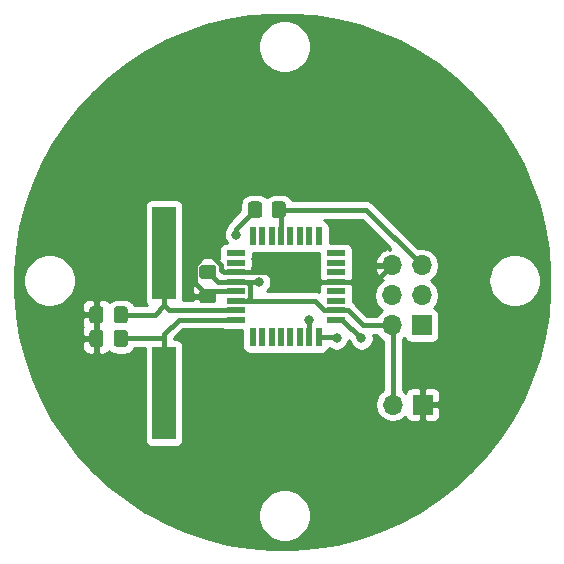
<source format=gbr>
G04 #@! TF.GenerationSoftware,KiCad,Pcbnew,(5.1.8-0-10_14)*
G04 #@! TF.CreationDate,2021-10-06T14:58:47+02:00*
G04 #@! TF.ProjectId,ATmega328P-Barebone,41546d65-6761-4333-9238-502d42617265,rev?*
G04 #@! TF.SameCoordinates,Original*
G04 #@! TF.FileFunction,Copper,L1,Top*
G04 #@! TF.FilePolarity,Positive*
%FSLAX46Y46*%
G04 Gerber Fmt 4.6, Leading zero omitted, Abs format (unit mm)*
G04 Created by KiCad (PCBNEW (5.1.8-0-10_14)) date 2021-10-06 14:58:47*
%MOMM*%
%LPD*%
G01*
G04 APERTURE LIST*
G04 #@! TA.AperFunction,SMDPad,CuDef*
%ADD10R,2.000000X7.875000*%
G04 #@! TD*
G04 #@! TA.AperFunction,SMDPad,CuDef*
%ADD11R,0.550000X1.600000*%
G04 #@! TD*
G04 #@! TA.AperFunction,SMDPad,CuDef*
%ADD12R,1.600000X0.550000*%
G04 #@! TD*
G04 #@! TA.AperFunction,ComponentPad*
%ADD13O,1.700000X1.700000*%
G04 #@! TD*
G04 #@! TA.AperFunction,ComponentPad*
%ADD14R,1.700000X1.700000*%
G04 #@! TD*
G04 #@! TA.AperFunction,ViaPad*
%ADD15C,0.800000*%
G04 #@! TD*
G04 #@! TA.AperFunction,Conductor*
%ADD16C,0.400000*%
G04 #@! TD*
G04 #@! TA.AperFunction,Conductor*
%ADD17C,0.254000*%
G04 #@! TD*
G04 #@! TA.AperFunction,Conductor*
%ADD18C,0.100000*%
G04 #@! TD*
G04 APERTURE END LIST*
D10*
X146600000Y-81537500D03*
X146600000Y-69662500D03*
D11*
X154100000Y-68250000D03*
X154900000Y-68250000D03*
X155700000Y-68250000D03*
X156500000Y-68250000D03*
X157300000Y-68250000D03*
X158100000Y-68250000D03*
X158900000Y-68250000D03*
X159700000Y-68250000D03*
D12*
X161150000Y-69700000D03*
X161150000Y-70500000D03*
X161150000Y-71300000D03*
X161150000Y-72100000D03*
X161150000Y-72900000D03*
X161150000Y-73700000D03*
X161150000Y-74500000D03*
X161150000Y-75300000D03*
D11*
X159700000Y-76750000D03*
X158900000Y-76750000D03*
X158100000Y-76750000D03*
X157300000Y-76750000D03*
X156500000Y-76750000D03*
X155700000Y-76750000D03*
X154900000Y-76750000D03*
X154100000Y-76750000D03*
D12*
X152650000Y-75300000D03*
X152650000Y-74500000D03*
X152650000Y-73700000D03*
X152650000Y-72900000D03*
X152650000Y-72100000D03*
X152650000Y-71300000D03*
X152650000Y-70500000D03*
X152650000Y-69700000D03*
G04 #@! TA.AperFunction,SMDPad,CuDef*
G36*
G01*
X155700000Y-66450001D02*
X155700000Y-65549999D01*
G75*
G02*
X155949999Y-65300000I249999J0D01*
G01*
X156650001Y-65300000D01*
G75*
G02*
X156900000Y-65549999I0J-249999D01*
G01*
X156900000Y-66450001D01*
G75*
G02*
X156650001Y-66700000I-249999J0D01*
G01*
X155949999Y-66700000D01*
G75*
G02*
X155700000Y-66450001I0J249999D01*
G01*
G37*
G04 #@! TD.AperFunction*
G04 #@! TA.AperFunction,SMDPad,CuDef*
G36*
G01*
X153700000Y-66450001D02*
X153700000Y-65549999D01*
G75*
G02*
X153949999Y-65300000I249999J0D01*
G01*
X154650001Y-65300000D01*
G75*
G02*
X154900000Y-65549999I0J-249999D01*
G01*
X154900000Y-66450001D01*
G75*
G02*
X154650001Y-66700000I-249999J0D01*
G01*
X153949999Y-66700000D01*
G75*
G02*
X153700000Y-66450001I0J249999D01*
G01*
G37*
G04 #@! TD.AperFunction*
D13*
X165860000Y-70720000D03*
X168400000Y-70720000D03*
X165860000Y-73260000D03*
X168400000Y-73260000D03*
X165860000Y-75800000D03*
D14*
X168400000Y-75800000D03*
G04 #@! TA.AperFunction,SMDPad,CuDef*
G36*
G01*
X142350000Y-77375000D02*
X142350000Y-76425000D01*
G75*
G02*
X142600000Y-76175000I250000J0D01*
G01*
X143275000Y-76175000D01*
G75*
G02*
X143525000Y-76425000I0J-250000D01*
G01*
X143525000Y-77375000D01*
G75*
G02*
X143275000Y-77625000I-250000J0D01*
G01*
X142600000Y-77625000D01*
G75*
G02*
X142350000Y-77375000I0J250000D01*
G01*
G37*
G04 #@! TD.AperFunction*
G04 #@! TA.AperFunction,SMDPad,CuDef*
G36*
G01*
X140275000Y-77375000D02*
X140275000Y-76425000D01*
G75*
G02*
X140525000Y-76175000I250000J0D01*
G01*
X141200000Y-76175000D01*
G75*
G02*
X141450000Y-76425000I0J-250000D01*
G01*
X141450000Y-77375000D01*
G75*
G02*
X141200000Y-77625000I-250000J0D01*
G01*
X140525000Y-77625000D01*
G75*
G02*
X140275000Y-77375000I0J250000D01*
G01*
G37*
G04 #@! TD.AperFunction*
G04 #@! TA.AperFunction,SMDPad,CuDef*
G36*
G01*
X142350000Y-75375000D02*
X142350000Y-74425000D01*
G75*
G02*
X142600000Y-74175000I250000J0D01*
G01*
X143275000Y-74175000D01*
G75*
G02*
X143525000Y-74425000I0J-250000D01*
G01*
X143525000Y-75375000D01*
G75*
G02*
X143275000Y-75625000I-250000J0D01*
G01*
X142600000Y-75625000D01*
G75*
G02*
X142350000Y-75375000I0J250000D01*
G01*
G37*
G04 #@! TD.AperFunction*
G04 #@! TA.AperFunction,SMDPad,CuDef*
G36*
G01*
X140275000Y-75375000D02*
X140275000Y-74425000D01*
G75*
G02*
X140525000Y-74175000I250000J0D01*
G01*
X141200000Y-74175000D01*
G75*
G02*
X141450000Y-74425000I0J-250000D01*
G01*
X141450000Y-75375000D01*
G75*
G02*
X141200000Y-75625000I-250000J0D01*
G01*
X140525000Y-75625000D01*
G75*
G02*
X140275000Y-75375000I0J250000D01*
G01*
G37*
G04 #@! TD.AperFunction*
G04 #@! TA.AperFunction,SMDPad,CuDef*
G36*
G01*
X149825000Y-72750000D02*
X150775000Y-72750000D01*
G75*
G02*
X151025000Y-73000000I0J-250000D01*
G01*
X151025000Y-73675000D01*
G75*
G02*
X150775000Y-73925000I-250000J0D01*
G01*
X149825000Y-73925000D01*
G75*
G02*
X149575000Y-73675000I0J250000D01*
G01*
X149575000Y-73000000D01*
G75*
G02*
X149825000Y-72750000I250000J0D01*
G01*
G37*
G04 #@! TD.AperFunction*
G04 #@! TA.AperFunction,SMDPad,CuDef*
G36*
G01*
X149825000Y-70675000D02*
X150775000Y-70675000D01*
G75*
G02*
X151025000Y-70925000I0J-250000D01*
G01*
X151025000Y-71600000D01*
G75*
G02*
X150775000Y-71850000I-250000J0D01*
G01*
X149825000Y-71850000D01*
G75*
G02*
X149575000Y-71600000I0J250000D01*
G01*
X149575000Y-70925000D01*
G75*
G02*
X149825000Y-70675000I250000J0D01*
G01*
G37*
G04 #@! TD.AperFunction*
D13*
X165960000Y-82500000D03*
D14*
X168500000Y-82500000D03*
D15*
X152700000Y-68100000D03*
X154628910Y-72100010D03*
X158900000Y-75300000D03*
X163300000Y-76900000D03*
X161200000Y-76900000D03*
D16*
X164480000Y-72100000D02*
X165860000Y-70720000D01*
X161150000Y-72100000D02*
X164480000Y-72100000D01*
X156100000Y-72100000D02*
X161150000Y-72100000D01*
X152650000Y-71300000D02*
X155300000Y-71300000D01*
X155300000Y-71300000D02*
X156100000Y-72100000D01*
X150737500Y-72900000D02*
X152650000Y-72900000D01*
X150300000Y-73337500D02*
X150737500Y-72900000D01*
X151449999Y-71095001D02*
X151449999Y-70680743D01*
X151654998Y-71300000D02*
X151449999Y-71095001D01*
X151449999Y-70680743D02*
X150669256Y-69900000D01*
X152650000Y-71300000D02*
X151654998Y-71300000D01*
X149174990Y-72212490D02*
X150300000Y-73337500D01*
X149174990Y-70655754D02*
X149174990Y-72212490D01*
X149930744Y-69900000D02*
X149174990Y-70655754D01*
X150669256Y-69900000D02*
X149930744Y-69900000D01*
X151137500Y-72100000D02*
X152650000Y-72100000D01*
X150300000Y-71262500D02*
X151137500Y-72100000D01*
X153850001Y-72304999D02*
X153645002Y-72100000D01*
X153645002Y-73700000D02*
X153850001Y-73495001D01*
X153645002Y-72100000D02*
X152650000Y-72100000D01*
X153850001Y-73495001D02*
X153850001Y-72304999D01*
X152650000Y-73700000D02*
X153645002Y-73700000D01*
X160154998Y-74500000D02*
X161150000Y-74500000D01*
X159354998Y-73700000D02*
X160154998Y-74500000D01*
X152650000Y-73700000D02*
X159354998Y-73700000D01*
X163445002Y-75800000D02*
X165860000Y-75800000D01*
X162145002Y-74500000D02*
X163445002Y-75800000D01*
X161150000Y-74500000D02*
X162145002Y-74500000D01*
X165960000Y-75900000D02*
X165860000Y-75800000D01*
X165960000Y-82500000D02*
X165960000Y-75900000D01*
X152700000Y-67600000D02*
X152700000Y-68100000D01*
X154300000Y-66000000D02*
X152700000Y-67600000D01*
X152650000Y-72100000D02*
X154628900Y-72100000D01*
X154628900Y-72100000D02*
X154628910Y-72100010D01*
X146600000Y-73900000D02*
X146600000Y-69662500D01*
X146600000Y-74100000D02*
X146600000Y-73900000D01*
X145800000Y-74900000D02*
X146600000Y-74100000D01*
X142937500Y-74900000D02*
X145800000Y-74900000D01*
X147000000Y-74500000D02*
X152650000Y-74500000D01*
X146600000Y-74100000D02*
X147000000Y-74500000D01*
X147825000Y-75300000D02*
X152650000Y-75300000D01*
X146600000Y-76525000D02*
X147825000Y-75300000D01*
X146600000Y-81537500D02*
X146600000Y-76525000D01*
X146600000Y-77000000D02*
X146600000Y-81537500D01*
X146500000Y-76900000D02*
X146600000Y-77000000D01*
X142937500Y-76900000D02*
X146500000Y-76900000D01*
X156500000Y-66200000D02*
X156500000Y-68250000D01*
X156300000Y-66000000D02*
X156500000Y-66200000D01*
X163680000Y-66000000D02*
X168400000Y-70720000D01*
X156300000Y-66000000D02*
X163680000Y-66000000D01*
X158900000Y-76750000D02*
X158900000Y-75300000D01*
X161700000Y-75300000D02*
X163300000Y-76900000D01*
X161150000Y-75300000D02*
X161700000Y-75300000D01*
X161050000Y-76750000D02*
X161200000Y-76900000D01*
X159700000Y-76750000D02*
X161050000Y-76750000D01*
D17*
X159401357Y-49626197D02*
X161247660Y-49934291D01*
X163062216Y-50393799D01*
X164832628Y-51001582D01*
X166546803Y-51753489D01*
X168193031Y-52644383D01*
X169760067Y-53668179D01*
X171237207Y-54817883D01*
X172614359Y-56085641D01*
X173882117Y-57462793D01*
X175031821Y-58939933D01*
X176055617Y-60506969D01*
X176946511Y-62153197D01*
X177698418Y-63867372D01*
X178306201Y-65637784D01*
X178765709Y-67452340D01*
X179073803Y-69298643D01*
X179228377Y-71164083D01*
X179228377Y-73035917D01*
X179073803Y-74901357D01*
X178765709Y-76747660D01*
X178306201Y-78562216D01*
X177698418Y-80332628D01*
X176946511Y-82046803D01*
X176055617Y-83693031D01*
X175031821Y-85260067D01*
X173882117Y-86737207D01*
X172614359Y-88114359D01*
X171237207Y-89382117D01*
X169760067Y-90531821D01*
X168193031Y-91555617D01*
X166546803Y-92446511D01*
X164832628Y-93198418D01*
X163062216Y-93806201D01*
X161247660Y-94265709D01*
X159401357Y-94573803D01*
X157535917Y-94728377D01*
X155664083Y-94728377D01*
X153798643Y-94573803D01*
X151952340Y-94265709D01*
X150137784Y-93806201D01*
X148367372Y-93198418D01*
X146653197Y-92446511D01*
X145236573Y-91679872D01*
X154565000Y-91679872D01*
X154565000Y-92120128D01*
X154650890Y-92551925D01*
X154819369Y-92958669D01*
X155063962Y-93324729D01*
X155375271Y-93636038D01*
X155741331Y-93880631D01*
X156148075Y-94049110D01*
X156579872Y-94135000D01*
X157020128Y-94135000D01*
X157451925Y-94049110D01*
X157858669Y-93880631D01*
X158224729Y-93636038D01*
X158536038Y-93324729D01*
X158780631Y-92958669D01*
X158949110Y-92551925D01*
X159035000Y-92120128D01*
X159035000Y-91679872D01*
X158949110Y-91248075D01*
X158780631Y-90841331D01*
X158536038Y-90475271D01*
X158224729Y-90163962D01*
X157858669Y-89919369D01*
X157451925Y-89750890D01*
X157020128Y-89665000D01*
X156579872Y-89665000D01*
X156148075Y-89750890D01*
X155741331Y-89919369D01*
X155375271Y-90163962D01*
X155063962Y-90475271D01*
X154819369Y-90841331D01*
X154650890Y-91248075D01*
X154565000Y-91679872D01*
X145236573Y-91679872D01*
X145006969Y-91555617D01*
X143439933Y-90531821D01*
X141962793Y-89382117D01*
X140585641Y-88114359D01*
X139317883Y-86737207D01*
X138168179Y-85260067D01*
X137144383Y-83693031D01*
X136253489Y-82046803D01*
X135501582Y-80332628D01*
X134893799Y-78562216D01*
X134656464Y-77625000D01*
X139636928Y-77625000D01*
X139649188Y-77749482D01*
X139685498Y-77869180D01*
X139744463Y-77979494D01*
X139823815Y-78076185D01*
X139920506Y-78155537D01*
X140030820Y-78214502D01*
X140150518Y-78250812D01*
X140275000Y-78263072D01*
X140576750Y-78260000D01*
X140735500Y-78101250D01*
X140735500Y-77027000D01*
X139798750Y-77027000D01*
X139640000Y-77185750D01*
X139636928Y-77625000D01*
X134656464Y-77625000D01*
X134434291Y-76747660D01*
X134246952Y-75625000D01*
X139636928Y-75625000D01*
X139649188Y-75749482D01*
X139685498Y-75869180D01*
X139701972Y-75900000D01*
X139685498Y-75930820D01*
X139649188Y-76050518D01*
X139636928Y-76175000D01*
X139640000Y-76614250D01*
X139798750Y-76773000D01*
X140735500Y-76773000D01*
X140735500Y-75027000D01*
X139798750Y-75027000D01*
X139640000Y-75185750D01*
X139636928Y-75625000D01*
X134246952Y-75625000D01*
X134126197Y-74901357D01*
X133971623Y-73035917D01*
X133971623Y-71779872D01*
X134665000Y-71779872D01*
X134665000Y-72220128D01*
X134750890Y-72651925D01*
X134919369Y-73058669D01*
X135163962Y-73424729D01*
X135475271Y-73736038D01*
X135841331Y-73980631D01*
X136248075Y-74149110D01*
X136679872Y-74235000D01*
X137120128Y-74235000D01*
X137421767Y-74175000D01*
X139636928Y-74175000D01*
X139640000Y-74614250D01*
X139798750Y-74773000D01*
X140735500Y-74773000D01*
X140735500Y-73698750D01*
X140989500Y-73698750D01*
X140989500Y-74773000D01*
X141009500Y-74773000D01*
X141009500Y-75027000D01*
X140989500Y-75027000D01*
X140989500Y-76773000D01*
X141009500Y-76773000D01*
X141009500Y-77027000D01*
X140989500Y-77027000D01*
X140989500Y-78101250D01*
X141148250Y-78260000D01*
X141450000Y-78263072D01*
X141574482Y-78250812D01*
X141694180Y-78214502D01*
X141804494Y-78155537D01*
X141901185Y-78076185D01*
X141966658Y-77996406D01*
X141972038Y-78002962D01*
X142106614Y-78113405D01*
X142260150Y-78195472D01*
X142426746Y-78246008D01*
X142600000Y-78263072D01*
X143275000Y-78263072D01*
X143448254Y-78246008D01*
X143614850Y-78195472D01*
X143768386Y-78113405D01*
X143902962Y-78002962D01*
X144013405Y-77868386D01*
X144084702Y-77735000D01*
X144961928Y-77735000D01*
X144961928Y-85475000D01*
X144974188Y-85599482D01*
X145010498Y-85719180D01*
X145069463Y-85829494D01*
X145148815Y-85926185D01*
X145245506Y-86005537D01*
X145355820Y-86064502D01*
X145475518Y-86100812D01*
X145600000Y-86113072D01*
X147600000Y-86113072D01*
X147724482Y-86100812D01*
X147844180Y-86064502D01*
X147954494Y-86005537D01*
X148051185Y-85926185D01*
X148130537Y-85829494D01*
X148189502Y-85719180D01*
X148225812Y-85599482D01*
X148238072Y-85475000D01*
X148238072Y-77600000D01*
X148225812Y-77475518D01*
X148189502Y-77355820D01*
X148130537Y-77245506D01*
X148051185Y-77148815D01*
X147954494Y-77069463D01*
X147844180Y-77010498D01*
X147724482Y-76974188D01*
X147600000Y-76961928D01*
X147435289Y-76961928D01*
X147435000Y-76958991D01*
X147435000Y-76870867D01*
X148170869Y-76135000D01*
X151550627Y-76135000D01*
X151605820Y-76164502D01*
X151725518Y-76200812D01*
X151850000Y-76213072D01*
X153186928Y-76213072D01*
X153186928Y-77550000D01*
X153199188Y-77674482D01*
X153235498Y-77794180D01*
X153294463Y-77904494D01*
X153373815Y-78001185D01*
X153470506Y-78080537D01*
X153580820Y-78139502D01*
X153700518Y-78175812D01*
X153825000Y-78188072D01*
X154375000Y-78188072D01*
X154499482Y-78175812D01*
X154500000Y-78175655D01*
X154500518Y-78175812D01*
X154625000Y-78188072D01*
X155175000Y-78188072D01*
X155299482Y-78175812D01*
X155300000Y-78175655D01*
X155300518Y-78175812D01*
X155425000Y-78188072D01*
X155975000Y-78188072D01*
X156099482Y-78175812D01*
X156100000Y-78175655D01*
X156100518Y-78175812D01*
X156225000Y-78188072D01*
X156775000Y-78188072D01*
X156899482Y-78175812D01*
X156900000Y-78175655D01*
X156900518Y-78175812D01*
X157025000Y-78188072D01*
X157575000Y-78188072D01*
X157699482Y-78175812D01*
X157700000Y-78175655D01*
X157700518Y-78175812D01*
X157825000Y-78188072D01*
X158375000Y-78188072D01*
X158499482Y-78175812D01*
X158500000Y-78175655D01*
X158500518Y-78175812D01*
X158625000Y-78188072D01*
X159175000Y-78188072D01*
X159299482Y-78175812D01*
X159300000Y-78175655D01*
X159300518Y-78175812D01*
X159425000Y-78188072D01*
X159975000Y-78188072D01*
X160099482Y-78175812D01*
X160219180Y-78139502D01*
X160329494Y-78080537D01*
X160426185Y-78001185D01*
X160505537Y-77904494D01*
X160564502Y-77794180D01*
X160583172Y-77732633D01*
X160709744Y-77817205D01*
X160898102Y-77895226D01*
X161098061Y-77935000D01*
X161301939Y-77935000D01*
X161501898Y-77895226D01*
X161690256Y-77817205D01*
X161859774Y-77703937D01*
X162003937Y-77559774D01*
X162117205Y-77390256D01*
X162195226Y-77201898D01*
X162232689Y-77013557D01*
X162275908Y-77056776D01*
X162304774Y-77201898D01*
X162382795Y-77390256D01*
X162496063Y-77559774D01*
X162640226Y-77703937D01*
X162809744Y-77817205D01*
X162998102Y-77895226D01*
X163198061Y-77935000D01*
X163401939Y-77935000D01*
X163601898Y-77895226D01*
X163790256Y-77817205D01*
X163959774Y-77703937D01*
X164103937Y-77559774D01*
X164217205Y-77390256D01*
X164295226Y-77201898D01*
X164335000Y-77001939D01*
X164335000Y-76798061D01*
X164302565Y-76635000D01*
X164631935Y-76635000D01*
X164706525Y-76746632D01*
X164913368Y-76953475D01*
X165125001Y-77094883D01*
X165125000Y-81271935D01*
X165013368Y-81346525D01*
X164806525Y-81553368D01*
X164644010Y-81796589D01*
X164532068Y-82066842D01*
X164475000Y-82353740D01*
X164475000Y-82646260D01*
X164532068Y-82933158D01*
X164644010Y-83203411D01*
X164806525Y-83446632D01*
X165013368Y-83653475D01*
X165256589Y-83815990D01*
X165526842Y-83927932D01*
X165813740Y-83985000D01*
X166106260Y-83985000D01*
X166393158Y-83927932D01*
X166663411Y-83815990D01*
X166906632Y-83653475D01*
X167038487Y-83521620D01*
X167060498Y-83594180D01*
X167119463Y-83704494D01*
X167198815Y-83801185D01*
X167295506Y-83880537D01*
X167405820Y-83939502D01*
X167525518Y-83975812D01*
X167650000Y-83988072D01*
X168214250Y-83985000D01*
X168373000Y-83826250D01*
X168373000Y-82627000D01*
X168627000Y-82627000D01*
X168627000Y-83826250D01*
X168785750Y-83985000D01*
X169350000Y-83988072D01*
X169474482Y-83975812D01*
X169594180Y-83939502D01*
X169704494Y-83880537D01*
X169801185Y-83801185D01*
X169880537Y-83704494D01*
X169939502Y-83594180D01*
X169975812Y-83474482D01*
X169988072Y-83350000D01*
X169985000Y-82785750D01*
X169826250Y-82627000D01*
X168627000Y-82627000D01*
X168373000Y-82627000D01*
X168353000Y-82627000D01*
X168353000Y-82373000D01*
X168373000Y-82373000D01*
X168373000Y-81173750D01*
X168627000Y-81173750D01*
X168627000Y-82373000D01*
X169826250Y-82373000D01*
X169985000Y-82214250D01*
X169988072Y-81650000D01*
X169975812Y-81525518D01*
X169939502Y-81405820D01*
X169880537Y-81295506D01*
X169801185Y-81198815D01*
X169704494Y-81119463D01*
X169594180Y-81060498D01*
X169474482Y-81024188D01*
X169350000Y-81011928D01*
X168785750Y-81015000D01*
X168627000Y-81173750D01*
X168373000Y-81173750D01*
X168214250Y-81015000D01*
X167650000Y-81011928D01*
X167525518Y-81024188D01*
X167405820Y-81060498D01*
X167295506Y-81119463D01*
X167198815Y-81198815D01*
X167119463Y-81295506D01*
X167060498Y-81405820D01*
X167038487Y-81478380D01*
X166906632Y-81346525D01*
X166795000Y-81271935D01*
X166795000Y-76961247D01*
X166806632Y-76953475D01*
X166938487Y-76821620D01*
X166960498Y-76894180D01*
X167019463Y-77004494D01*
X167098815Y-77101185D01*
X167195506Y-77180537D01*
X167305820Y-77239502D01*
X167425518Y-77275812D01*
X167550000Y-77288072D01*
X169250000Y-77288072D01*
X169374482Y-77275812D01*
X169494180Y-77239502D01*
X169604494Y-77180537D01*
X169701185Y-77101185D01*
X169780537Y-77004494D01*
X169839502Y-76894180D01*
X169875812Y-76774482D01*
X169888072Y-76650000D01*
X169888072Y-74950000D01*
X169875812Y-74825518D01*
X169839502Y-74705820D01*
X169780537Y-74595506D01*
X169701185Y-74498815D01*
X169604494Y-74419463D01*
X169494180Y-74360498D01*
X169421620Y-74338487D01*
X169553475Y-74206632D01*
X169715990Y-73963411D01*
X169827932Y-73693158D01*
X169885000Y-73406260D01*
X169885000Y-73113740D01*
X169827932Y-72826842D01*
X169715990Y-72556589D01*
X169553475Y-72313368D01*
X169346632Y-72106525D01*
X169172240Y-71990000D01*
X169346632Y-71873475D01*
X169440235Y-71779872D01*
X174065000Y-71779872D01*
X174065000Y-72220128D01*
X174150890Y-72651925D01*
X174319369Y-73058669D01*
X174563962Y-73424729D01*
X174875271Y-73736038D01*
X175241331Y-73980631D01*
X175648075Y-74149110D01*
X176079872Y-74235000D01*
X176520128Y-74235000D01*
X176951925Y-74149110D01*
X177358669Y-73980631D01*
X177724729Y-73736038D01*
X178036038Y-73424729D01*
X178280631Y-73058669D01*
X178449110Y-72651925D01*
X178535000Y-72220128D01*
X178535000Y-71779872D01*
X178449110Y-71348075D01*
X178280631Y-70941331D01*
X178036038Y-70575271D01*
X177724729Y-70263962D01*
X177358669Y-70019369D01*
X176951925Y-69850890D01*
X176520128Y-69765000D01*
X176079872Y-69765000D01*
X175648075Y-69850890D01*
X175241331Y-70019369D01*
X174875271Y-70263962D01*
X174563962Y-70575271D01*
X174319369Y-70941331D01*
X174150890Y-71348075D01*
X174065000Y-71779872D01*
X169440235Y-71779872D01*
X169553475Y-71666632D01*
X169715990Y-71423411D01*
X169827932Y-71153158D01*
X169885000Y-70866260D01*
X169885000Y-70573740D01*
X169827932Y-70286842D01*
X169715990Y-70016589D01*
X169553475Y-69773368D01*
X169346632Y-69566525D01*
X169103411Y-69404010D01*
X168833158Y-69292068D01*
X168546260Y-69235000D01*
X168253740Y-69235000D01*
X168122061Y-69261193D01*
X164299446Y-65438579D01*
X164273291Y-65406709D01*
X164146146Y-65302364D01*
X164001087Y-65224828D01*
X163843689Y-65177082D01*
X163721019Y-65165000D01*
X163721018Y-65165000D01*
X163680000Y-65160960D01*
X163638982Y-65165000D01*
X157446339Y-65165000D01*
X157388405Y-65056613D01*
X157277962Y-64922038D01*
X157143387Y-64811595D01*
X156989851Y-64729528D01*
X156823255Y-64678992D01*
X156650001Y-64661928D01*
X155949999Y-64661928D01*
X155776745Y-64678992D01*
X155610149Y-64729528D01*
X155456613Y-64811595D01*
X155322038Y-64922038D01*
X155300000Y-64948891D01*
X155277962Y-64922038D01*
X155143387Y-64811595D01*
X154989851Y-64729528D01*
X154823255Y-64678992D01*
X154650001Y-64661928D01*
X153949999Y-64661928D01*
X153776745Y-64678992D01*
X153610149Y-64729528D01*
X153456613Y-64811595D01*
X153322038Y-64922038D01*
X153211595Y-65056613D01*
X153129528Y-65210149D01*
X153078992Y-65376745D01*
X153061928Y-65549999D01*
X153061928Y-66057204D01*
X152138579Y-66980554D01*
X152106709Y-67006709D01*
X152048234Y-67077962D01*
X152002364Y-67133855D01*
X151924828Y-67278914D01*
X151877082Y-67436312D01*
X151873348Y-67474221D01*
X151782795Y-67609744D01*
X151704774Y-67798102D01*
X151665000Y-67998061D01*
X151665000Y-68201939D01*
X151704774Y-68401898D01*
X151782795Y-68590256D01*
X151896063Y-68759774D01*
X151923217Y-68786928D01*
X151850000Y-68786928D01*
X151725518Y-68799188D01*
X151605820Y-68835498D01*
X151495506Y-68894463D01*
X151398815Y-68973815D01*
X151319463Y-69070506D01*
X151260498Y-69180820D01*
X151224188Y-69300518D01*
X151211928Y-69425000D01*
X151211928Y-69975000D01*
X151224188Y-70099482D01*
X151224345Y-70100000D01*
X151224188Y-70100518D01*
X151218345Y-70159847D01*
X151114850Y-70104528D01*
X150948254Y-70053992D01*
X150775000Y-70036928D01*
X149825000Y-70036928D01*
X149651746Y-70053992D01*
X149485150Y-70104528D01*
X149331614Y-70186595D01*
X149197038Y-70297038D01*
X149086595Y-70431614D01*
X149004528Y-70585150D01*
X148953992Y-70751746D01*
X148936928Y-70925000D01*
X148936928Y-71600000D01*
X148953992Y-71773254D01*
X149004528Y-71939850D01*
X149086595Y-72093386D01*
X149197038Y-72227962D01*
X149203594Y-72233342D01*
X149123815Y-72298815D01*
X149044463Y-72395506D01*
X148985498Y-72505820D01*
X148949188Y-72625518D01*
X148936928Y-72750000D01*
X148940000Y-73051750D01*
X149098750Y-73210500D01*
X150173000Y-73210500D01*
X150173000Y-73190500D01*
X150427000Y-73190500D01*
X150427000Y-73210500D01*
X150447000Y-73210500D01*
X150447000Y-73464500D01*
X150427000Y-73464500D01*
X150427000Y-73484500D01*
X150173000Y-73484500D01*
X150173000Y-73464500D01*
X149098750Y-73464500D01*
X148940000Y-73623250D01*
X148939575Y-73665000D01*
X148231670Y-73665000D01*
X148238072Y-73600000D01*
X148238072Y-65725000D01*
X148225812Y-65600518D01*
X148189502Y-65480820D01*
X148130537Y-65370506D01*
X148051185Y-65273815D01*
X147954494Y-65194463D01*
X147844180Y-65135498D01*
X147724482Y-65099188D01*
X147600000Y-65086928D01*
X145600000Y-65086928D01*
X145475518Y-65099188D01*
X145355820Y-65135498D01*
X145245506Y-65194463D01*
X145148815Y-65273815D01*
X145069463Y-65370506D01*
X145010498Y-65480820D01*
X144974188Y-65600518D01*
X144961928Y-65725000D01*
X144961928Y-73600000D01*
X144974188Y-73724482D01*
X145010498Y-73844180D01*
X145069463Y-73954494D01*
X145148815Y-74051185D01*
X145165649Y-74065000D01*
X144084702Y-74065000D01*
X144013405Y-73931614D01*
X143902962Y-73797038D01*
X143768386Y-73686595D01*
X143614850Y-73604528D01*
X143448254Y-73553992D01*
X143275000Y-73536928D01*
X142600000Y-73536928D01*
X142426746Y-73553992D01*
X142260150Y-73604528D01*
X142106614Y-73686595D01*
X141972038Y-73797038D01*
X141966658Y-73803594D01*
X141901185Y-73723815D01*
X141804494Y-73644463D01*
X141694180Y-73585498D01*
X141574482Y-73549188D01*
X141450000Y-73536928D01*
X141148250Y-73540000D01*
X140989500Y-73698750D01*
X140735500Y-73698750D01*
X140576750Y-73540000D01*
X140275000Y-73536928D01*
X140150518Y-73549188D01*
X140030820Y-73585498D01*
X139920506Y-73644463D01*
X139823815Y-73723815D01*
X139744463Y-73820506D01*
X139685498Y-73930820D01*
X139649188Y-74050518D01*
X139636928Y-74175000D01*
X137421767Y-74175000D01*
X137551925Y-74149110D01*
X137958669Y-73980631D01*
X138324729Y-73736038D01*
X138636038Y-73424729D01*
X138880631Y-73058669D01*
X139049110Y-72651925D01*
X139135000Y-72220128D01*
X139135000Y-71779872D01*
X139049110Y-71348075D01*
X138880631Y-70941331D01*
X138636038Y-70575271D01*
X138324729Y-70263962D01*
X137958669Y-70019369D01*
X137551925Y-69850890D01*
X137120128Y-69765000D01*
X136679872Y-69765000D01*
X136248075Y-69850890D01*
X135841331Y-70019369D01*
X135475271Y-70263962D01*
X135163962Y-70575271D01*
X134919369Y-70941331D01*
X134750890Y-71348075D01*
X134665000Y-71779872D01*
X133971623Y-71779872D01*
X133971623Y-71164083D01*
X134126197Y-69298643D01*
X134434291Y-67452340D01*
X134893799Y-65637784D01*
X135501582Y-63867372D01*
X136253489Y-62153197D01*
X137144383Y-60506969D01*
X138168179Y-58939933D01*
X139317883Y-57462793D01*
X140585641Y-56085641D01*
X141962793Y-54817883D01*
X143439933Y-53668179D01*
X145006969Y-52644383D01*
X146234877Y-51979872D01*
X154565000Y-51979872D01*
X154565000Y-52420128D01*
X154650890Y-52851925D01*
X154819369Y-53258669D01*
X155063962Y-53624729D01*
X155375271Y-53936038D01*
X155741331Y-54180631D01*
X156148075Y-54349110D01*
X156579872Y-54435000D01*
X157020128Y-54435000D01*
X157451925Y-54349110D01*
X157858669Y-54180631D01*
X158224729Y-53936038D01*
X158536038Y-53624729D01*
X158780631Y-53258669D01*
X158949110Y-52851925D01*
X159035000Y-52420128D01*
X159035000Y-51979872D01*
X158949110Y-51548075D01*
X158780631Y-51141331D01*
X158536038Y-50775271D01*
X158224729Y-50463962D01*
X157858669Y-50219369D01*
X157451925Y-50050890D01*
X157020128Y-49965000D01*
X156579872Y-49965000D01*
X156148075Y-50050890D01*
X155741331Y-50219369D01*
X155375271Y-50463962D01*
X155063962Y-50775271D01*
X154819369Y-51141331D01*
X154650890Y-51548075D01*
X154565000Y-51979872D01*
X146234877Y-51979872D01*
X146653197Y-51753489D01*
X148367372Y-51001582D01*
X150137784Y-50393799D01*
X151952340Y-49934291D01*
X153798643Y-49626197D01*
X155664083Y-49471623D01*
X157535917Y-49471623D01*
X159401357Y-49626197D01*
G04 #@! TA.AperFunction,Conductor*
D18*
G36*
X159401357Y-49626197D02*
G01*
X161247660Y-49934291D01*
X163062216Y-50393799D01*
X164832628Y-51001582D01*
X166546803Y-51753489D01*
X168193031Y-52644383D01*
X169760067Y-53668179D01*
X171237207Y-54817883D01*
X172614359Y-56085641D01*
X173882117Y-57462793D01*
X175031821Y-58939933D01*
X176055617Y-60506969D01*
X176946511Y-62153197D01*
X177698418Y-63867372D01*
X178306201Y-65637784D01*
X178765709Y-67452340D01*
X179073803Y-69298643D01*
X179228377Y-71164083D01*
X179228377Y-73035917D01*
X179073803Y-74901357D01*
X178765709Y-76747660D01*
X178306201Y-78562216D01*
X177698418Y-80332628D01*
X176946511Y-82046803D01*
X176055617Y-83693031D01*
X175031821Y-85260067D01*
X173882117Y-86737207D01*
X172614359Y-88114359D01*
X171237207Y-89382117D01*
X169760067Y-90531821D01*
X168193031Y-91555617D01*
X166546803Y-92446511D01*
X164832628Y-93198418D01*
X163062216Y-93806201D01*
X161247660Y-94265709D01*
X159401357Y-94573803D01*
X157535917Y-94728377D01*
X155664083Y-94728377D01*
X153798643Y-94573803D01*
X151952340Y-94265709D01*
X150137784Y-93806201D01*
X148367372Y-93198418D01*
X146653197Y-92446511D01*
X145236573Y-91679872D01*
X154565000Y-91679872D01*
X154565000Y-92120128D01*
X154650890Y-92551925D01*
X154819369Y-92958669D01*
X155063962Y-93324729D01*
X155375271Y-93636038D01*
X155741331Y-93880631D01*
X156148075Y-94049110D01*
X156579872Y-94135000D01*
X157020128Y-94135000D01*
X157451925Y-94049110D01*
X157858669Y-93880631D01*
X158224729Y-93636038D01*
X158536038Y-93324729D01*
X158780631Y-92958669D01*
X158949110Y-92551925D01*
X159035000Y-92120128D01*
X159035000Y-91679872D01*
X158949110Y-91248075D01*
X158780631Y-90841331D01*
X158536038Y-90475271D01*
X158224729Y-90163962D01*
X157858669Y-89919369D01*
X157451925Y-89750890D01*
X157020128Y-89665000D01*
X156579872Y-89665000D01*
X156148075Y-89750890D01*
X155741331Y-89919369D01*
X155375271Y-90163962D01*
X155063962Y-90475271D01*
X154819369Y-90841331D01*
X154650890Y-91248075D01*
X154565000Y-91679872D01*
X145236573Y-91679872D01*
X145006969Y-91555617D01*
X143439933Y-90531821D01*
X141962793Y-89382117D01*
X140585641Y-88114359D01*
X139317883Y-86737207D01*
X138168179Y-85260067D01*
X137144383Y-83693031D01*
X136253489Y-82046803D01*
X135501582Y-80332628D01*
X134893799Y-78562216D01*
X134656464Y-77625000D01*
X139636928Y-77625000D01*
X139649188Y-77749482D01*
X139685498Y-77869180D01*
X139744463Y-77979494D01*
X139823815Y-78076185D01*
X139920506Y-78155537D01*
X140030820Y-78214502D01*
X140150518Y-78250812D01*
X140275000Y-78263072D01*
X140576750Y-78260000D01*
X140735500Y-78101250D01*
X140735500Y-77027000D01*
X139798750Y-77027000D01*
X139640000Y-77185750D01*
X139636928Y-77625000D01*
X134656464Y-77625000D01*
X134434291Y-76747660D01*
X134246952Y-75625000D01*
X139636928Y-75625000D01*
X139649188Y-75749482D01*
X139685498Y-75869180D01*
X139701972Y-75900000D01*
X139685498Y-75930820D01*
X139649188Y-76050518D01*
X139636928Y-76175000D01*
X139640000Y-76614250D01*
X139798750Y-76773000D01*
X140735500Y-76773000D01*
X140735500Y-75027000D01*
X139798750Y-75027000D01*
X139640000Y-75185750D01*
X139636928Y-75625000D01*
X134246952Y-75625000D01*
X134126197Y-74901357D01*
X133971623Y-73035917D01*
X133971623Y-71779872D01*
X134665000Y-71779872D01*
X134665000Y-72220128D01*
X134750890Y-72651925D01*
X134919369Y-73058669D01*
X135163962Y-73424729D01*
X135475271Y-73736038D01*
X135841331Y-73980631D01*
X136248075Y-74149110D01*
X136679872Y-74235000D01*
X137120128Y-74235000D01*
X137421767Y-74175000D01*
X139636928Y-74175000D01*
X139640000Y-74614250D01*
X139798750Y-74773000D01*
X140735500Y-74773000D01*
X140735500Y-73698750D01*
X140989500Y-73698750D01*
X140989500Y-74773000D01*
X141009500Y-74773000D01*
X141009500Y-75027000D01*
X140989500Y-75027000D01*
X140989500Y-76773000D01*
X141009500Y-76773000D01*
X141009500Y-77027000D01*
X140989500Y-77027000D01*
X140989500Y-78101250D01*
X141148250Y-78260000D01*
X141450000Y-78263072D01*
X141574482Y-78250812D01*
X141694180Y-78214502D01*
X141804494Y-78155537D01*
X141901185Y-78076185D01*
X141966658Y-77996406D01*
X141972038Y-78002962D01*
X142106614Y-78113405D01*
X142260150Y-78195472D01*
X142426746Y-78246008D01*
X142600000Y-78263072D01*
X143275000Y-78263072D01*
X143448254Y-78246008D01*
X143614850Y-78195472D01*
X143768386Y-78113405D01*
X143902962Y-78002962D01*
X144013405Y-77868386D01*
X144084702Y-77735000D01*
X144961928Y-77735000D01*
X144961928Y-85475000D01*
X144974188Y-85599482D01*
X145010498Y-85719180D01*
X145069463Y-85829494D01*
X145148815Y-85926185D01*
X145245506Y-86005537D01*
X145355820Y-86064502D01*
X145475518Y-86100812D01*
X145600000Y-86113072D01*
X147600000Y-86113072D01*
X147724482Y-86100812D01*
X147844180Y-86064502D01*
X147954494Y-86005537D01*
X148051185Y-85926185D01*
X148130537Y-85829494D01*
X148189502Y-85719180D01*
X148225812Y-85599482D01*
X148238072Y-85475000D01*
X148238072Y-77600000D01*
X148225812Y-77475518D01*
X148189502Y-77355820D01*
X148130537Y-77245506D01*
X148051185Y-77148815D01*
X147954494Y-77069463D01*
X147844180Y-77010498D01*
X147724482Y-76974188D01*
X147600000Y-76961928D01*
X147435289Y-76961928D01*
X147435000Y-76958991D01*
X147435000Y-76870867D01*
X148170869Y-76135000D01*
X151550627Y-76135000D01*
X151605820Y-76164502D01*
X151725518Y-76200812D01*
X151850000Y-76213072D01*
X153186928Y-76213072D01*
X153186928Y-77550000D01*
X153199188Y-77674482D01*
X153235498Y-77794180D01*
X153294463Y-77904494D01*
X153373815Y-78001185D01*
X153470506Y-78080537D01*
X153580820Y-78139502D01*
X153700518Y-78175812D01*
X153825000Y-78188072D01*
X154375000Y-78188072D01*
X154499482Y-78175812D01*
X154500000Y-78175655D01*
X154500518Y-78175812D01*
X154625000Y-78188072D01*
X155175000Y-78188072D01*
X155299482Y-78175812D01*
X155300000Y-78175655D01*
X155300518Y-78175812D01*
X155425000Y-78188072D01*
X155975000Y-78188072D01*
X156099482Y-78175812D01*
X156100000Y-78175655D01*
X156100518Y-78175812D01*
X156225000Y-78188072D01*
X156775000Y-78188072D01*
X156899482Y-78175812D01*
X156900000Y-78175655D01*
X156900518Y-78175812D01*
X157025000Y-78188072D01*
X157575000Y-78188072D01*
X157699482Y-78175812D01*
X157700000Y-78175655D01*
X157700518Y-78175812D01*
X157825000Y-78188072D01*
X158375000Y-78188072D01*
X158499482Y-78175812D01*
X158500000Y-78175655D01*
X158500518Y-78175812D01*
X158625000Y-78188072D01*
X159175000Y-78188072D01*
X159299482Y-78175812D01*
X159300000Y-78175655D01*
X159300518Y-78175812D01*
X159425000Y-78188072D01*
X159975000Y-78188072D01*
X160099482Y-78175812D01*
X160219180Y-78139502D01*
X160329494Y-78080537D01*
X160426185Y-78001185D01*
X160505537Y-77904494D01*
X160564502Y-77794180D01*
X160583172Y-77732633D01*
X160709744Y-77817205D01*
X160898102Y-77895226D01*
X161098061Y-77935000D01*
X161301939Y-77935000D01*
X161501898Y-77895226D01*
X161690256Y-77817205D01*
X161859774Y-77703937D01*
X162003937Y-77559774D01*
X162117205Y-77390256D01*
X162195226Y-77201898D01*
X162232689Y-77013557D01*
X162275908Y-77056776D01*
X162304774Y-77201898D01*
X162382795Y-77390256D01*
X162496063Y-77559774D01*
X162640226Y-77703937D01*
X162809744Y-77817205D01*
X162998102Y-77895226D01*
X163198061Y-77935000D01*
X163401939Y-77935000D01*
X163601898Y-77895226D01*
X163790256Y-77817205D01*
X163959774Y-77703937D01*
X164103937Y-77559774D01*
X164217205Y-77390256D01*
X164295226Y-77201898D01*
X164335000Y-77001939D01*
X164335000Y-76798061D01*
X164302565Y-76635000D01*
X164631935Y-76635000D01*
X164706525Y-76746632D01*
X164913368Y-76953475D01*
X165125001Y-77094883D01*
X165125000Y-81271935D01*
X165013368Y-81346525D01*
X164806525Y-81553368D01*
X164644010Y-81796589D01*
X164532068Y-82066842D01*
X164475000Y-82353740D01*
X164475000Y-82646260D01*
X164532068Y-82933158D01*
X164644010Y-83203411D01*
X164806525Y-83446632D01*
X165013368Y-83653475D01*
X165256589Y-83815990D01*
X165526842Y-83927932D01*
X165813740Y-83985000D01*
X166106260Y-83985000D01*
X166393158Y-83927932D01*
X166663411Y-83815990D01*
X166906632Y-83653475D01*
X167038487Y-83521620D01*
X167060498Y-83594180D01*
X167119463Y-83704494D01*
X167198815Y-83801185D01*
X167295506Y-83880537D01*
X167405820Y-83939502D01*
X167525518Y-83975812D01*
X167650000Y-83988072D01*
X168214250Y-83985000D01*
X168373000Y-83826250D01*
X168373000Y-82627000D01*
X168627000Y-82627000D01*
X168627000Y-83826250D01*
X168785750Y-83985000D01*
X169350000Y-83988072D01*
X169474482Y-83975812D01*
X169594180Y-83939502D01*
X169704494Y-83880537D01*
X169801185Y-83801185D01*
X169880537Y-83704494D01*
X169939502Y-83594180D01*
X169975812Y-83474482D01*
X169988072Y-83350000D01*
X169985000Y-82785750D01*
X169826250Y-82627000D01*
X168627000Y-82627000D01*
X168373000Y-82627000D01*
X168353000Y-82627000D01*
X168353000Y-82373000D01*
X168373000Y-82373000D01*
X168373000Y-81173750D01*
X168627000Y-81173750D01*
X168627000Y-82373000D01*
X169826250Y-82373000D01*
X169985000Y-82214250D01*
X169988072Y-81650000D01*
X169975812Y-81525518D01*
X169939502Y-81405820D01*
X169880537Y-81295506D01*
X169801185Y-81198815D01*
X169704494Y-81119463D01*
X169594180Y-81060498D01*
X169474482Y-81024188D01*
X169350000Y-81011928D01*
X168785750Y-81015000D01*
X168627000Y-81173750D01*
X168373000Y-81173750D01*
X168214250Y-81015000D01*
X167650000Y-81011928D01*
X167525518Y-81024188D01*
X167405820Y-81060498D01*
X167295506Y-81119463D01*
X167198815Y-81198815D01*
X167119463Y-81295506D01*
X167060498Y-81405820D01*
X167038487Y-81478380D01*
X166906632Y-81346525D01*
X166795000Y-81271935D01*
X166795000Y-76961247D01*
X166806632Y-76953475D01*
X166938487Y-76821620D01*
X166960498Y-76894180D01*
X167019463Y-77004494D01*
X167098815Y-77101185D01*
X167195506Y-77180537D01*
X167305820Y-77239502D01*
X167425518Y-77275812D01*
X167550000Y-77288072D01*
X169250000Y-77288072D01*
X169374482Y-77275812D01*
X169494180Y-77239502D01*
X169604494Y-77180537D01*
X169701185Y-77101185D01*
X169780537Y-77004494D01*
X169839502Y-76894180D01*
X169875812Y-76774482D01*
X169888072Y-76650000D01*
X169888072Y-74950000D01*
X169875812Y-74825518D01*
X169839502Y-74705820D01*
X169780537Y-74595506D01*
X169701185Y-74498815D01*
X169604494Y-74419463D01*
X169494180Y-74360498D01*
X169421620Y-74338487D01*
X169553475Y-74206632D01*
X169715990Y-73963411D01*
X169827932Y-73693158D01*
X169885000Y-73406260D01*
X169885000Y-73113740D01*
X169827932Y-72826842D01*
X169715990Y-72556589D01*
X169553475Y-72313368D01*
X169346632Y-72106525D01*
X169172240Y-71990000D01*
X169346632Y-71873475D01*
X169440235Y-71779872D01*
X174065000Y-71779872D01*
X174065000Y-72220128D01*
X174150890Y-72651925D01*
X174319369Y-73058669D01*
X174563962Y-73424729D01*
X174875271Y-73736038D01*
X175241331Y-73980631D01*
X175648075Y-74149110D01*
X176079872Y-74235000D01*
X176520128Y-74235000D01*
X176951925Y-74149110D01*
X177358669Y-73980631D01*
X177724729Y-73736038D01*
X178036038Y-73424729D01*
X178280631Y-73058669D01*
X178449110Y-72651925D01*
X178535000Y-72220128D01*
X178535000Y-71779872D01*
X178449110Y-71348075D01*
X178280631Y-70941331D01*
X178036038Y-70575271D01*
X177724729Y-70263962D01*
X177358669Y-70019369D01*
X176951925Y-69850890D01*
X176520128Y-69765000D01*
X176079872Y-69765000D01*
X175648075Y-69850890D01*
X175241331Y-70019369D01*
X174875271Y-70263962D01*
X174563962Y-70575271D01*
X174319369Y-70941331D01*
X174150890Y-71348075D01*
X174065000Y-71779872D01*
X169440235Y-71779872D01*
X169553475Y-71666632D01*
X169715990Y-71423411D01*
X169827932Y-71153158D01*
X169885000Y-70866260D01*
X169885000Y-70573740D01*
X169827932Y-70286842D01*
X169715990Y-70016589D01*
X169553475Y-69773368D01*
X169346632Y-69566525D01*
X169103411Y-69404010D01*
X168833158Y-69292068D01*
X168546260Y-69235000D01*
X168253740Y-69235000D01*
X168122061Y-69261193D01*
X164299446Y-65438579D01*
X164273291Y-65406709D01*
X164146146Y-65302364D01*
X164001087Y-65224828D01*
X163843689Y-65177082D01*
X163721019Y-65165000D01*
X163721018Y-65165000D01*
X163680000Y-65160960D01*
X163638982Y-65165000D01*
X157446339Y-65165000D01*
X157388405Y-65056613D01*
X157277962Y-64922038D01*
X157143387Y-64811595D01*
X156989851Y-64729528D01*
X156823255Y-64678992D01*
X156650001Y-64661928D01*
X155949999Y-64661928D01*
X155776745Y-64678992D01*
X155610149Y-64729528D01*
X155456613Y-64811595D01*
X155322038Y-64922038D01*
X155300000Y-64948891D01*
X155277962Y-64922038D01*
X155143387Y-64811595D01*
X154989851Y-64729528D01*
X154823255Y-64678992D01*
X154650001Y-64661928D01*
X153949999Y-64661928D01*
X153776745Y-64678992D01*
X153610149Y-64729528D01*
X153456613Y-64811595D01*
X153322038Y-64922038D01*
X153211595Y-65056613D01*
X153129528Y-65210149D01*
X153078992Y-65376745D01*
X153061928Y-65549999D01*
X153061928Y-66057204D01*
X152138579Y-66980554D01*
X152106709Y-67006709D01*
X152048234Y-67077962D01*
X152002364Y-67133855D01*
X151924828Y-67278914D01*
X151877082Y-67436312D01*
X151873348Y-67474221D01*
X151782795Y-67609744D01*
X151704774Y-67798102D01*
X151665000Y-67998061D01*
X151665000Y-68201939D01*
X151704774Y-68401898D01*
X151782795Y-68590256D01*
X151896063Y-68759774D01*
X151923217Y-68786928D01*
X151850000Y-68786928D01*
X151725518Y-68799188D01*
X151605820Y-68835498D01*
X151495506Y-68894463D01*
X151398815Y-68973815D01*
X151319463Y-69070506D01*
X151260498Y-69180820D01*
X151224188Y-69300518D01*
X151211928Y-69425000D01*
X151211928Y-69975000D01*
X151224188Y-70099482D01*
X151224345Y-70100000D01*
X151224188Y-70100518D01*
X151218345Y-70159847D01*
X151114850Y-70104528D01*
X150948254Y-70053992D01*
X150775000Y-70036928D01*
X149825000Y-70036928D01*
X149651746Y-70053992D01*
X149485150Y-70104528D01*
X149331614Y-70186595D01*
X149197038Y-70297038D01*
X149086595Y-70431614D01*
X149004528Y-70585150D01*
X148953992Y-70751746D01*
X148936928Y-70925000D01*
X148936928Y-71600000D01*
X148953992Y-71773254D01*
X149004528Y-71939850D01*
X149086595Y-72093386D01*
X149197038Y-72227962D01*
X149203594Y-72233342D01*
X149123815Y-72298815D01*
X149044463Y-72395506D01*
X148985498Y-72505820D01*
X148949188Y-72625518D01*
X148936928Y-72750000D01*
X148940000Y-73051750D01*
X149098750Y-73210500D01*
X150173000Y-73210500D01*
X150173000Y-73190500D01*
X150427000Y-73190500D01*
X150427000Y-73210500D01*
X150447000Y-73210500D01*
X150447000Y-73464500D01*
X150427000Y-73464500D01*
X150427000Y-73484500D01*
X150173000Y-73484500D01*
X150173000Y-73464500D01*
X149098750Y-73464500D01*
X148940000Y-73623250D01*
X148939575Y-73665000D01*
X148231670Y-73665000D01*
X148238072Y-73600000D01*
X148238072Y-65725000D01*
X148225812Y-65600518D01*
X148189502Y-65480820D01*
X148130537Y-65370506D01*
X148051185Y-65273815D01*
X147954494Y-65194463D01*
X147844180Y-65135498D01*
X147724482Y-65099188D01*
X147600000Y-65086928D01*
X145600000Y-65086928D01*
X145475518Y-65099188D01*
X145355820Y-65135498D01*
X145245506Y-65194463D01*
X145148815Y-65273815D01*
X145069463Y-65370506D01*
X145010498Y-65480820D01*
X144974188Y-65600518D01*
X144961928Y-65725000D01*
X144961928Y-73600000D01*
X144974188Y-73724482D01*
X145010498Y-73844180D01*
X145069463Y-73954494D01*
X145148815Y-74051185D01*
X145165649Y-74065000D01*
X144084702Y-74065000D01*
X144013405Y-73931614D01*
X143902962Y-73797038D01*
X143768386Y-73686595D01*
X143614850Y-73604528D01*
X143448254Y-73553992D01*
X143275000Y-73536928D01*
X142600000Y-73536928D01*
X142426746Y-73553992D01*
X142260150Y-73604528D01*
X142106614Y-73686595D01*
X141972038Y-73797038D01*
X141966658Y-73803594D01*
X141901185Y-73723815D01*
X141804494Y-73644463D01*
X141694180Y-73585498D01*
X141574482Y-73549188D01*
X141450000Y-73536928D01*
X141148250Y-73540000D01*
X140989500Y-73698750D01*
X140735500Y-73698750D01*
X140576750Y-73540000D01*
X140275000Y-73536928D01*
X140150518Y-73549188D01*
X140030820Y-73585498D01*
X139920506Y-73644463D01*
X139823815Y-73723815D01*
X139744463Y-73820506D01*
X139685498Y-73930820D01*
X139649188Y-74050518D01*
X139636928Y-74175000D01*
X137421767Y-74175000D01*
X137551925Y-74149110D01*
X137958669Y-73980631D01*
X138324729Y-73736038D01*
X138636038Y-73424729D01*
X138880631Y-73058669D01*
X139049110Y-72651925D01*
X139135000Y-72220128D01*
X139135000Y-71779872D01*
X139049110Y-71348075D01*
X138880631Y-70941331D01*
X138636038Y-70575271D01*
X138324729Y-70263962D01*
X137958669Y-70019369D01*
X137551925Y-69850890D01*
X137120128Y-69765000D01*
X136679872Y-69765000D01*
X136248075Y-69850890D01*
X135841331Y-70019369D01*
X135475271Y-70263962D01*
X135163962Y-70575271D01*
X134919369Y-70941331D01*
X134750890Y-71348075D01*
X134665000Y-71779872D01*
X133971623Y-71779872D01*
X133971623Y-71164083D01*
X134126197Y-69298643D01*
X134434291Y-67452340D01*
X134893799Y-65637784D01*
X135501582Y-63867372D01*
X136253489Y-62153197D01*
X137144383Y-60506969D01*
X138168179Y-58939933D01*
X139317883Y-57462793D01*
X140585641Y-56085641D01*
X141962793Y-54817883D01*
X143439933Y-53668179D01*
X145006969Y-52644383D01*
X146234877Y-51979872D01*
X154565000Y-51979872D01*
X154565000Y-52420128D01*
X154650890Y-52851925D01*
X154819369Y-53258669D01*
X155063962Y-53624729D01*
X155375271Y-53936038D01*
X155741331Y-54180631D01*
X156148075Y-54349110D01*
X156579872Y-54435000D01*
X157020128Y-54435000D01*
X157451925Y-54349110D01*
X157858669Y-54180631D01*
X158224729Y-53936038D01*
X158536038Y-53624729D01*
X158780631Y-53258669D01*
X158949110Y-52851925D01*
X159035000Y-52420128D01*
X159035000Y-51979872D01*
X158949110Y-51548075D01*
X158780631Y-51141331D01*
X158536038Y-50775271D01*
X158224729Y-50463962D01*
X157858669Y-50219369D01*
X157451925Y-50050890D01*
X157020128Y-49965000D01*
X156579872Y-49965000D01*
X156148075Y-50050890D01*
X155741331Y-50219369D01*
X155375271Y-50463962D01*
X155063962Y-50775271D01*
X154819369Y-51141331D01*
X154650890Y-51548075D01*
X154565000Y-51979872D01*
X146234877Y-51979872D01*
X146653197Y-51753489D01*
X148367372Y-51001582D01*
X150137784Y-50393799D01*
X151952340Y-49934291D01*
X153798643Y-49626197D01*
X155664083Y-49471623D01*
X157535917Y-49471623D01*
X159401357Y-49626197D01*
G37*
G04 #@! TD.AperFunction*
D17*
X165734132Y-69235000D02*
X165732998Y-69235000D01*
X165732998Y-69399185D01*
X165503109Y-69278519D01*
X165228748Y-69375843D01*
X164978645Y-69524822D01*
X164762412Y-69719731D01*
X164588359Y-69953080D01*
X164463175Y-70215901D01*
X164418524Y-70363110D01*
X164539845Y-70593000D01*
X165733000Y-70593000D01*
X165733000Y-70573000D01*
X165987000Y-70573000D01*
X165987000Y-70593000D01*
X166007000Y-70593000D01*
X166007000Y-70847000D01*
X165987000Y-70847000D01*
X165987000Y-70867000D01*
X165733000Y-70867000D01*
X165733000Y-70847000D01*
X164539845Y-70847000D01*
X164418524Y-71076890D01*
X164463175Y-71224099D01*
X164588359Y-71486920D01*
X164762412Y-71720269D01*
X164978645Y-71915178D01*
X165095534Y-71984805D01*
X164913368Y-72106525D01*
X164706525Y-72313368D01*
X164544010Y-72556589D01*
X164432068Y-72826842D01*
X164375000Y-73113740D01*
X164375000Y-73406260D01*
X164432068Y-73693158D01*
X164544010Y-73963411D01*
X164706525Y-74206632D01*
X164913368Y-74413475D01*
X165087760Y-74530000D01*
X164913368Y-74646525D01*
X164706525Y-74853368D01*
X164631935Y-74965000D01*
X163790871Y-74965000D01*
X162764448Y-73938578D01*
X162738293Y-73906709D01*
X162611148Y-73802364D01*
X162588072Y-73790030D01*
X162588072Y-73425000D01*
X162575812Y-73300518D01*
X162575655Y-73300000D01*
X162575812Y-73299482D01*
X162588072Y-73175000D01*
X162588072Y-72625000D01*
X162575812Y-72500518D01*
X162575467Y-72499380D01*
X162585000Y-72385750D01*
X162492917Y-72293667D01*
X162480537Y-72270506D01*
X162401185Y-72173815D01*
X162311241Y-72100000D01*
X162401185Y-72026185D01*
X162480537Y-71929494D01*
X162492917Y-71906333D01*
X162585000Y-71814250D01*
X162575467Y-71700620D01*
X162575812Y-71699482D01*
X162588072Y-71575000D01*
X162588072Y-71025000D01*
X162575812Y-70900518D01*
X162575655Y-70900000D01*
X162575812Y-70899482D01*
X162588072Y-70775000D01*
X162588072Y-70225000D01*
X162575812Y-70100518D01*
X162575655Y-70100000D01*
X162575812Y-70099482D01*
X162588072Y-69975000D01*
X162588072Y-69425000D01*
X162575812Y-69300518D01*
X162539502Y-69180820D01*
X162480537Y-69070506D01*
X162401185Y-68973815D01*
X162304494Y-68894463D01*
X162194180Y-68835498D01*
X162074482Y-68799188D01*
X161950000Y-68786928D01*
X160613072Y-68786928D01*
X160613072Y-67450000D01*
X160600812Y-67325518D01*
X160564502Y-67205820D01*
X160505537Y-67095506D01*
X160426185Y-66998815D01*
X160329494Y-66919463D01*
X160219180Y-66860498D01*
X160135124Y-66835000D01*
X163334133Y-66835000D01*
X165734132Y-69235000D01*
G04 #@! TA.AperFunction,Conductor*
D18*
G36*
X165734132Y-69235000D02*
G01*
X165732998Y-69235000D01*
X165732998Y-69399185D01*
X165503109Y-69278519D01*
X165228748Y-69375843D01*
X164978645Y-69524822D01*
X164762412Y-69719731D01*
X164588359Y-69953080D01*
X164463175Y-70215901D01*
X164418524Y-70363110D01*
X164539845Y-70593000D01*
X165733000Y-70593000D01*
X165733000Y-70573000D01*
X165987000Y-70573000D01*
X165987000Y-70593000D01*
X166007000Y-70593000D01*
X166007000Y-70847000D01*
X165987000Y-70847000D01*
X165987000Y-70867000D01*
X165733000Y-70867000D01*
X165733000Y-70847000D01*
X164539845Y-70847000D01*
X164418524Y-71076890D01*
X164463175Y-71224099D01*
X164588359Y-71486920D01*
X164762412Y-71720269D01*
X164978645Y-71915178D01*
X165095534Y-71984805D01*
X164913368Y-72106525D01*
X164706525Y-72313368D01*
X164544010Y-72556589D01*
X164432068Y-72826842D01*
X164375000Y-73113740D01*
X164375000Y-73406260D01*
X164432068Y-73693158D01*
X164544010Y-73963411D01*
X164706525Y-74206632D01*
X164913368Y-74413475D01*
X165087760Y-74530000D01*
X164913368Y-74646525D01*
X164706525Y-74853368D01*
X164631935Y-74965000D01*
X163790871Y-74965000D01*
X162764448Y-73938578D01*
X162738293Y-73906709D01*
X162611148Y-73802364D01*
X162588072Y-73790030D01*
X162588072Y-73425000D01*
X162575812Y-73300518D01*
X162575655Y-73300000D01*
X162575812Y-73299482D01*
X162588072Y-73175000D01*
X162588072Y-72625000D01*
X162575812Y-72500518D01*
X162575467Y-72499380D01*
X162585000Y-72385750D01*
X162492917Y-72293667D01*
X162480537Y-72270506D01*
X162401185Y-72173815D01*
X162311241Y-72100000D01*
X162401185Y-72026185D01*
X162480537Y-71929494D01*
X162492917Y-71906333D01*
X162585000Y-71814250D01*
X162575467Y-71700620D01*
X162575812Y-71699482D01*
X162588072Y-71575000D01*
X162588072Y-71025000D01*
X162575812Y-70900518D01*
X162575655Y-70900000D01*
X162575812Y-70899482D01*
X162588072Y-70775000D01*
X162588072Y-70225000D01*
X162575812Y-70100518D01*
X162575655Y-70100000D01*
X162575812Y-70099482D01*
X162588072Y-69975000D01*
X162588072Y-69425000D01*
X162575812Y-69300518D01*
X162539502Y-69180820D01*
X162480537Y-69070506D01*
X162401185Y-68973815D01*
X162304494Y-68894463D01*
X162194180Y-68835498D01*
X162074482Y-68799188D01*
X161950000Y-68786928D01*
X160613072Y-68786928D01*
X160613072Y-67450000D01*
X160600812Y-67325518D01*
X160564502Y-67205820D01*
X160505537Y-67095506D01*
X160426185Y-66998815D01*
X160329494Y-66919463D01*
X160219180Y-66860498D01*
X160135124Y-66835000D01*
X163334133Y-66835000D01*
X165734132Y-69235000D01*
G37*
G04 #@! TD.AperFunction*
D17*
X159300518Y-69675812D02*
X159425000Y-69688072D01*
X159711928Y-69688072D01*
X159711928Y-69975000D01*
X159724188Y-70099482D01*
X159724345Y-70100000D01*
X159724188Y-70100518D01*
X159711928Y-70225000D01*
X159711928Y-70775000D01*
X159724188Y-70899482D01*
X159724345Y-70900000D01*
X159724188Y-70900518D01*
X159711928Y-71025000D01*
X159711928Y-71575000D01*
X159724188Y-71699482D01*
X159724533Y-71700620D01*
X159715000Y-71814250D01*
X159807083Y-71906333D01*
X159819463Y-71929494D01*
X159898815Y-72026185D01*
X159988759Y-72100000D01*
X159898815Y-72173815D01*
X159819463Y-72270506D01*
X159807083Y-72293667D01*
X159715000Y-72385750D01*
X159724533Y-72499380D01*
X159724188Y-72500518D01*
X159711928Y-72625000D01*
X159711928Y-72943987D01*
X159676085Y-72924828D01*
X159518687Y-72877082D01*
X159396017Y-72865000D01*
X159396016Y-72865000D01*
X159354998Y-72860960D01*
X159313980Y-72865000D01*
X155327631Y-72865000D01*
X155432847Y-72759784D01*
X155546115Y-72590266D01*
X155624136Y-72401908D01*
X155663910Y-72201949D01*
X155663910Y-71998071D01*
X155624136Y-71798112D01*
X155546115Y-71609754D01*
X155432847Y-71440236D01*
X155288684Y-71296073D01*
X155119166Y-71182805D01*
X154930808Y-71104784D01*
X154730849Y-71065010D01*
X154526971Y-71065010D01*
X154327012Y-71104784D01*
X154138654Y-71182805D01*
X154085000Y-71218655D01*
X154085000Y-71172998D01*
X153944834Y-71172998D01*
X153980537Y-71129494D01*
X153992917Y-71106333D01*
X154085000Y-71014250D01*
X154075467Y-70900620D01*
X154075812Y-70899482D01*
X154088072Y-70775000D01*
X154088072Y-70225000D01*
X154075812Y-70100518D01*
X154075655Y-70100000D01*
X154075812Y-70099482D01*
X154088072Y-69975000D01*
X154088072Y-69688072D01*
X154375000Y-69688072D01*
X154499482Y-69675812D01*
X154500000Y-69675655D01*
X154500518Y-69675812D01*
X154625000Y-69688072D01*
X155175000Y-69688072D01*
X155299482Y-69675812D01*
X155300000Y-69675655D01*
X155300518Y-69675812D01*
X155425000Y-69688072D01*
X155975000Y-69688072D01*
X156099482Y-69675812D01*
X156100000Y-69675655D01*
X156100518Y-69675812D01*
X156225000Y-69688072D01*
X156775000Y-69688072D01*
X156899482Y-69675812D01*
X156900000Y-69675655D01*
X156900518Y-69675812D01*
X157025000Y-69688072D01*
X157575000Y-69688072D01*
X157699482Y-69675812D01*
X157700000Y-69675655D01*
X157700518Y-69675812D01*
X157825000Y-69688072D01*
X158375000Y-69688072D01*
X158499482Y-69675812D01*
X158500000Y-69675655D01*
X158500518Y-69675812D01*
X158625000Y-69688072D01*
X159175000Y-69688072D01*
X159299482Y-69675812D01*
X159300000Y-69675655D01*
X159300518Y-69675812D01*
G04 #@! TA.AperFunction,Conductor*
D18*
G36*
X159300518Y-69675812D02*
G01*
X159425000Y-69688072D01*
X159711928Y-69688072D01*
X159711928Y-69975000D01*
X159724188Y-70099482D01*
X159724345Y-70100000D01*
X159724188Y-70100518D01*
X159711928Y-70225000D01*
X159711928Y-70775000D01*
X159724188Y-70899482D01*
X159724345Y-70900000D01*
X159724188Y-70900518D01*
X159711928Y-71025000D01*
X159711928Y-71575000D01*
X159724188Y-71699482D01*
X159724533Y-71700620D01*
X159715000Y-71814250D01*
X159807083Y-71906333D01*
X159819463Y-71929494D01*
X159898815Y-72026185D01*
X159988759Y-72100000D01*
X159898815Y-72173815D01*
X159819463Y-72270506D01*
X159807083Y-72293667D01*
X159715000Y-72385750D01*
X159724533Y-72499380D01*
X159724188Y-72500518D01*
X159711928Y-72625000D01*
X159711928Y-72943987D01*
X159676085Y-72924828D01*
X159518687Y-72877082D01*
X159396017Y-72865000D01*
X159396016Y-72865000D01*
X159354998Y-72860960D01*
X159313980Y-72865000D01*
X155327631Y-72865000D01*
X155432847Y-72759784D01*
X155546115Y-72590266D01*
X155624136Y-72401908D01*
X155663910Y-72201949D01*
X155663910Y-71998071D01*
X155624136Y-71798112D01*
X155546115Y-71609754D01*
X155432847Y-71440236D01*
X155288684Y-71296073D01*
X155119166Y-71182805D01*
X154930808Y-71104784D01*
X154730849Y-71065010D01*
X154526971Y-71065010D01*
X154327012Y-71104784D01*
X154138654Y-71182805D01*
X154085000Y-71218655D01*
X154085000Y-71172998D01*
X153944834Y-71172998D01*
X153980537Y-71129494D01*
X153992917Y-71106333D01*
X154085000Y-71014250D01*
X154075467Y-70900620D01*
X154075812Y-70899482D01*
X154088072Y-70775000D01*
X154088072Y-70225000D01*
X154075812Y-70100518D01*
X154075655Y-70100000D01*
X154075812Y-70099482D01*
X154088072Y-69975000D01*
X154088072Y-69688072D01*
X154375000Y-69688072D01*
X154499482Y-69675812D01*
X154500000Y-69675655D01*
X154500518Y-69675812D01*
X154625000Y-69688072D01*
X155175000Y-69688072D01*
X155299482Y-69675812D01*
X155300000Y-69675655D01*
X155300518Y-69675812D01*
X155425000Y-69688072D01*
X155975000Y-69688072D01*
X156099482Y-69675812D01*
X156100000Y-69675655D01*
X156100518Y-69675812D01*
X156225000Y-69688072D01*
X156775000Y-69688072D01*
X156899482Y-69675812D01*
X156900000Y-69675655D01*
X156900518Y-69675812D01*
X157025000Y-69688072D01*
X157575000Y-69688072D01*
X157699482Y-69675812D01*
X157700000Y-69675655D01*
X157700518Y-69675812D01*
X157825000Y-69688072D01*
X158375000Y-69688072D01*
X158499482Y-69675812D01*
X158500000Y-69675655D01*
X158500518Y-69675812D01*
X158625000Y-69688072D01*
X159175000Y-69688072D01*
X159299482Y-69675812D01*
X159300000Y-69675655D01*
X159300518Y-69675812D01*
G37*
G04 #@! TD.AperFunction*
M02*

</source>
